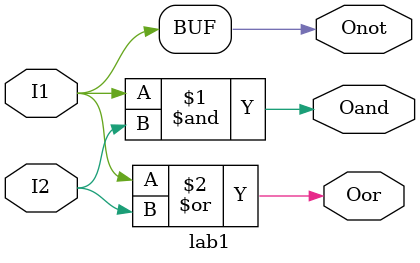
<source format=v>
module lab1(I1,I2,Onot,Oand,Oor);
    input I1, I2;
    output Onot, Oand, Oor;
    wire w;

    not G0(w,I1);
    not G1(Onot, w);
    and G2(Oand, I1, I2);
    or G3(Oor, I1, I2);
endmodule
</source>
